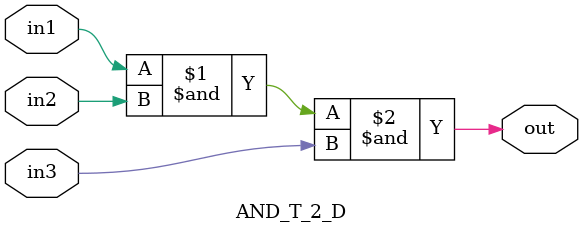
<source format=v>
`timescale 1ns / 1ps

`define	D		10	// definition of the delay

// Delayed AND gate

module AND_T_2_D(out, in1, in2, in3);

input in1, in2, in3;
output out;

and		#`D		and1D(out, in1, in2, in3);


endmodule

</source>
